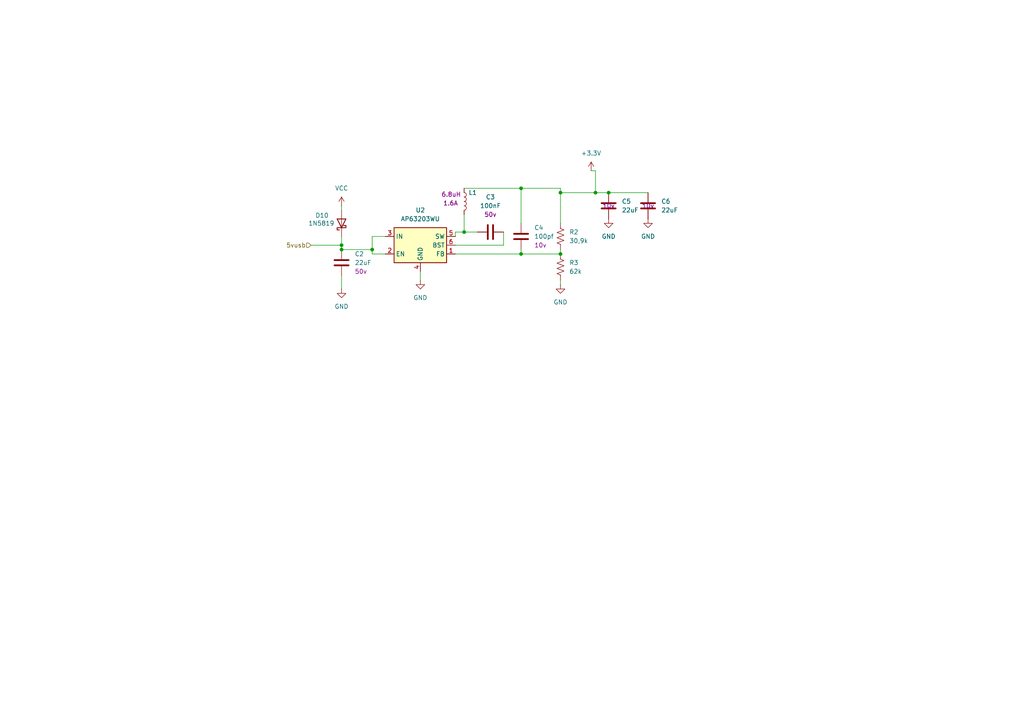
<source format=kicad_sch>
(kicad_sch (version 20250114) (generator "eeschema") (generator_version "9.0")
  (paper "A4")
  (lib_symbols
    (symbol "Device:R_US" (pin_numbers (hide yes)) (pin_names (offset 0))
      (property "Reference" "R" (at 2.54 0 90))
      (property "Value" "R_US" (at -2.54 0 90))
      (symbol "R_US_0_1"
        (polyline (pts (xy 0 2.286) (xy 0 2.54)))
        (polyline (pts (xy 0 2.286) (xy 1.016 1.905) (xy 0 1.524) (xy -1.016 1.143) (xy 0 0.762)))
        (polyline (pts (xy 0 0.762) (xy 1.016 0.381) (xy 0 0) (xy -1.016 -0.381) (xy 0 -0.762)))
        (polyline (pts (xy 0 -0.762) (xy 1.016 -1.143) (xy 0 -1.524) (xy -1.016 -1.905) (xy 0 -2.286)))
        (polyline (pts (xy 0 -2.286) (xy 0 -2.54)))
      )
      (symbol "R_US_1_1"
        (pin passive line (at 0 3.81 270) (length 1.27) (name "~") (number "1"))
        (pin passive line (at 0 -3.81 90) (length 1.27) (name "~") (number "2"))
      )
    )
    (symbol "Diode:1N5819" (pin_numbers (hide yes)) (pin_names (offset 1.016) (hide yes))
      (property "Reference" "D" (at 0 2.54 0))
      (property "Value" "1N5819" (at 0 -2.54 0))
      (symbol "1N5819_0_1"
        (polyline (pts (xy -1.905 0.635) (xy -1.905 1.27) (xy -1.27 1.27) (xy -1.27 -1.27) (xy -0.635 -1.27) (xy -0.635 -0.635)) (stroke (width 0.254)))
        (polyline (pts (xy 1.27 1.27) (xy 1.27 -1.27) (xy -1.27 0) (xy 1.27 1.27)) (stroke (width 0.254)))
        (polyline (pts (xy 1.27 0) (xy -1.27 0)))
      )
      (symbol "1N5819_1_1"
        (pin passive line (at -3.81 0 0) (length 2.54) (name "K") (number "1"))
        (pin passive line (at 3.81 0 180) (length 2.54) (name "A") (number "2"))
      )
    )
    (symbol "PCM_4ms_Inductor:6.8uH_1.0A_4018" (pin_numbers (hide yes)) (pin_names (offset 1.016) (hide yes))
      (property "Reference" "L" (at -1.27 0 90))
      (property "Display" "6.8uH" (at 2.54 0 90))
      (property "Display 2" "1.6A" (at 4.318 -0.0508 90))
      (symbol "6.8uH_1.0A_4018_0_1"
        (arc (start 0 2.54) (mid 0.6323 1.905) (end 0 1.27))
        (arc (start 0 1.27) (mid 0.6323 0.635) (end 0 0))
        (arc (start 0 0) (mid 0.6323 -0.635) (end 0 -1.27))
        (arc (start 0 -1.27) (mid 0.6323 -1.905) (end 0 -2.54))
      )
      (symbol "6.8uH_1.0A_4018_1_1"
        (pin passive line (at 0 3.81 270) (length 1.27) (name "1") (number "1"))
        (pin passive line (at 0 -3.81 90) (length 1.27) (name "2") (number "2"))
      )
    )
    (symbol "PCM_Capacitor_AKL:C_0603" (pin_numbers (hide yes)) (pin_names (offset 0.254))
      (property "Reference" "C" (at 0.635 2.54 0))
      (property "Value" "C_0603" (at 0.635 -2.54 0))
      (symbol "C_0603_0_1"
        (polyline (pts (xy -2.032 0.762) (xy 2.032 0.762)) (stroke (width 0.508)))
        (polyline (pts (xy -2.032 -0.762) (xy 2.032 -0.762)) (stroke (width 0.508)))
      )
      (symbol "C_0603_0_2"
        (polyline (pts (xy -2.54 -2.54) (xy -0.381 -0.381)))
        (polyline (pts (xy -0.508 -0.508) (xy -1.651 0.635)) (stroke (width 0.508)))
        (polyline (pts (xy -0.508 -0.508) (xy 0.635 -1.651)) (stroke (width 0.508)))
        (polyline (pts (xy 0.381 0.381) (xy 2.54 2.54)))
        (polyline (pts (xy 0.508 0.508) (xy -0.635 1.651)) (stroke (width 0.508)))
        (polyline (pts (xy 0.508 0.508) (xy 1.651 -0.635)) (stroke (width 0.508)))
      )
      (symbol "C_0603_1_1"
        (pin passive line (at 0 3.81 270) (length 2.794) (name "~") (number "1"))
        (pin passive line (at 0 -3.81 90) (length 2.794) (name "~") (number "2"))
      )
      (symbol "C_0603_1_2"
        (pin passive line (at -2.54 -2.54 90) (length 0) (name "~") (number "2"))
        (pin passive line (at 2.54 2.54 270) (length 0) (name "~") (number "1"))
      )
    )
    (symbol "PCM_Capacitor_AKL:C_0805" (pin_numbers (hide yes)) (pin_names (offset 0.254))
      (property "Reference" "C" (at 0.635 2.54 0))
      (property "Value" "C_0805" (at 0.635 -2.54 0))
      (symbol "C_0805_0_1"
        (polyline (pts (xy -2.032 0.762) (xy 2.032 0.762)) (stroke (width 0.508)))
        (polyline (pts (xy -2.032 -0.762) (xy 2.032 -0.762)) (stroke (width 0.508)))
      )
      (symbol "C_0805_0_2"
        (polyline (pts (xy -2.54 -2.54) (xy -0.381 -0.381)))
        (polyline (pts (xy -0.508 -0.508) (xy -1.651 0.635)) (stroke (width 0.508)))
        (polyline (pts (xy -0.508 -0.508) (xy 0.635 -1.651)) (stroke (width 0.508)))
        (polyline (pts (xy 0.381 0.381) (xy 2.54 2.54)))
        (polyline (pts (xy 0.508 0.508) (xy -0.635 1.651)) (stroke (width 0.508)))
        (polyline (pts (xy 0.508 0.508) (xy 1.651 -0.635)) (stroke (width 0.508)))
      )
      (symbol "C_0805_1_1"
        (pin passive line (at 0 3.81 270) (length 2.794) (name "~") (number "1"))
        (pin passive line (at 0 -3.81 90) (length 2.794) (name "~") (number "2"))
      )
      (symbol "C_0805_1_2"
        (pin passive line (at -2.54 -2.54 90) (length 0) (name "~") (number "2"))
        (pin passive line (at 2.54 2.54 270) (length 0) (name "~") (number "1"))
      )
    )
    (symbol "PCM_Capacitor_AKL:C_1206" (pin_numbers (hide yes)) (pin_names (offset 0.254))
      (property "Reference" "C" (at 0.635 2.54 0))
      (property "Value" "C_1206" (at 0.635 -2.54 0))
      (symbol "C_1206_0_1"
        (polyline (pts (xy -2.032 0.762) (xy 2.032 0.762)) (stroke (width 0.508)))
        (polyline (pts (xy -2.032 -0.762) (xy 2.032 -0.762)) (stroke (width 0.508)))
      )
      (symbol "C_1206_0_2"
        (polyline (pts (xy -2.54 -2.54) (xy -0.381 -0.381)))
        (polyline (pts (xy -0.508 -0.508) (xy -1.651 0.635)) (stroke (width 0.508)))
        (polyline (pts (xy -0.508 -0.508) (xy 0.635 -1.651)) (stroke (width 0.508)))
        (polyline (pts (xy 0.381 0.381) (xy 2.54 2.54)))
        (polyline (pts (xy 0.508 0.508) (xy -0.635 1.651)) (stroke (width 0.508)))
        (polyline (pts (xy 0.508 0.508) (xy 1.651 -0.635)) (stroke (width 0.508)))
      )
      (symbol "C_1206_1_1"
        (pin passive line (at 0 3.81 270) (length 2.794) (name "~") (number "1"))
        (pin passive line (at 0 -3.81 90) (length 2.794) (name "~") (number "2"))
      )
      (symbol "C_1206_1_2"
        (pin passive line (at -2.54 -2.54 90) (length 0) (name "~") (number "2"))
        (pin passive line (at 2.54 2.54 270) (length 0) (name "~") (number "1"))
      )
    )
    (symbol "Regulator_Switching:AP63203WU"
      (property "Reference" "U" (at -7.62 6.35 0))
      (property "Value" "AP63203WU" (at 2.54 6.35 0))
      (symbol "AP63203WU_0_1"
        (rectangle (start -7.62 5.08) (end 7.62 -5.08) (stroke (width 0.254)) (fill (type background)))
      )
      (symbol "AP63203WU_1_1"
        (pin power_in line (at -10.16 2.54 0) (length 2.54) (name "IN") (number "3"))
        (pin input line (at -10.16 -2.54 0) (length 2.54) (name "EN") (number "2"))
        (pin power_in line (at 0 -7.62 90) (length 2.54) (name "GND") (number "4"))
        (pin output line (at 10.16 2.54 180) (length 2.54) (name "SW") (number "5"))
        (pin passive line (at 10.16 0 180) (length 2.54) (name "BST") (number "6"))
        (pin input line (at 10.16 -2.54 180) (length 2.54) (name "FB") (number "1"))
      )
    )
    (symbol "power:+3.3V" (power) (pin_numbers (hide yes)) (pin_names (offset 0) (hide yes))
      (property "Value" "+3.3V" (at 0 3.556 0))
      (symbol "+3.3V_0_1"
        (polyline (pts (xy -0.762 1.27) (xy 0 2.54)))
        (polyline (pts (xy 0 2.54) (xy 0.762 1.27)))
        (polyline (pts (xy 0 0) (xy 0 2.54)))
      )
      (symbol "+3.3V_1_1"
        (pin power_in line (at 0 0 90) (length 0) (name "~") (number "1"))
      )
    )
    (symbol "power:GND" (power) (pin_numbers (hide yes)) (pin_names (offset 0) (hide yes))
      (property "Value" "GND" (at 0 -3.81 0))
      (symbol "GND_0_1"
        (polyline (pts (xy 0 0) (xy 0 -1.27) (xy 1.27 -1.27) (xy 0 -2.54) (xy -1.27 -1.27) (xy 0 -1.27)))
      )
      (symbol "GND_1_1"
        (pin power_in line (at 0 0 270) (length 0) (name "~") (number "1"))
      )
    )
    (symbol "power:VCC" (power) (pin_numbers (hide yes)) (pin_names (offset 0) (hide yes))
      (property "Value" "VCC" (at 0 3.556 0))
      (symbol "VCC_0_1"
        (polyline (pts (xy -0.762 1.27) (xy 0 2.54)))
        (polyline (pts (xy 0 2.54) (xy 0.762 1.27)))
        (polyline (pts (xy 0 0) (xy 0 2.54)))
      )
      (symbol "VCC_1_1"
        (pin power_in line (at 0 0 90) (length 0) (name "~") (number "1"))
      )
    )
  )
  (junction (at 176.53 55.88))
  (junction (at 134.62 67.31))
  (junction (at 162.56 73.66))
  (junction (at 151.13 73.66))
  (junction (at 162.56 55.88))
  (junction (at 99.06 71.12))
  (junction (at 151.13 54.61))
  (junction (at 172.72 55.88))
  (junction (at 107.95 72.39))
  (junction (at 99.06 72.39))
  (wire (pts (xy 171.45 49.53) (xy 172.72 49.53)))
  (wire (pts (xy 162.56 72.39) (xy 162.56 73.66)))
  (wire (pts (xy 99.06 59.69) (xy 99.06 60.96)))
  (wire (pts (xy 162.56 55.88) (xy 162.56 54.61)))
  (wire (pts (xy 172.72 49.53) (xy 172.72 55.88)))
  (wire (pts (xy 146.05 71.12) (xy 146.05 67.31)))
  (wire (pts (xy 172.72 55.88) (xy 176.53 55.88)))
  (wire (pts (xy 111.76 73.66) (xy 107.95 73.66)))
  (wire (pts (xy 90.17 71.12) (xy 99.06 71.12)))
  (wire (pts (xy 162.56 55.88) (xy 172.72 55.88)))
  (wire (pts (xy 134.62 62.23) (xy 134.62 67.31)))
  (wire (pts (xy 176.53 55.88) (xy 187.96 55.88)))
  (wire (pts (xy 151.13 73.66) (xy 162.56 73.66)))
  (wire (pts (xy 162.56 82.55) (xy 162.56 81.28)))
  (wire (pts (xy 151.13 72.39) (xy 151.13 73.66)))
  (wire (pts (xy 107.95 68.58) (xy 107.95 72.39)))
  (wire (pts (xy 134.62 67.31) (xy 132.08 67.31)))
  (wire (pts (xy 107.95 73.66) (xy 107.95 72.39)))
  (wire (pts (xy 134.62 54.61) (xy 151.13 54.61)))
  (wire (pts (xy 162.56 64.77) (xy 162.56 55.88)))
  (wire (pts (xy 132.08 67.31) (xy 132.08 68.58)))
  (wire (pts (xy 111.76 68.58) (xy 107.95 68.58)))
  (wire (pts (xy 99.06 80.01) (xy 99.06 83.82)))
  (wire (pts (xy 121.92 78.74) (xy 121.92 81.28)))
  (wire (pts (xy 132.08 73.66) (xy 151.13 73.66)))
  (wire (pts (xy 99.06 68.58) (xy 99.06 71.12)))
  (wire (pts (xy 162.56 54.61) (xy 151.13 54.61)))
  (wire (pts (xy 132.08 71.12) (xy 146.05 71.12)))
  (wire (pts (xy 99.06 71.12) (xy 99.06 72.39)))
  (wire (pts (xy 151.13 54.61) (xy 151.13 64.77)))
  (wire (pts (xy 107.95 72.39) (xy 99.06 72.39)))
  (wire (pts (xy 138.43 67.31) (xy 134.62 67.31)))
  (hierarchical_label "5vusb" (shape input) (at 90.17 71.12 180))
  (symbol (lib_id "power:GND") (at 162.56 82.55 0) (unit 1)
    (property "Reference" "#PWR014" (effects (hide yes)))
    (property "Value" "GND" (at 162.56 87.63 0))
    (property "Description" "Power symbol creates a global label with name \"GND\" , ground" (effects (hide yes)))
  )
  (symbol (lib_id "Device:R_US") (at 162.56 77.47 0) (unit 1)
    (property "Reference" "R3" (at 165.1 76.1999 0) (effects (justify left)))
    (property "Value" "62k" (at 165.1 78.7399 0) (effects (justify left)))
    (property "Footprint" "Resistor_SMD:R_0201_0603Metric" (effects (hide yes)))
    (property "Description" "Resistor, US symbol" (effects (hide yes)))
  )
  (symbol (lib_id "power:+3.3V") (at 171.45 49.53 0) (unit 1)
    (property "Reference" "#PWR015" (effects (hide yes)))
    (property "Value" "+3.3V" (at 171.45 44.45 0))
    (property "Description" "Power symbol creates a global label with name \"+3.3V\"" (effects (hide yes)))
  )
  (symbol (lib_id "power:GND") (at 187.96 63.5 0) (unit 1)
    (property "Reference" "#PWR048" (effects (hide yes)))
    (property "Value" "GND" (at 187.96 68.58 0))
    (property "Description" "Power symbol creates a global label with name \"GND\" , ground" (effects (hide yes)))
  )
  (symbol (lib_id "power:GND") (at 121.92 81.28 0) (unit 1)
    (property "Reference" "#PWR013" (effects (hide yes)))
    (property "Value" "GND" (at 121.92 86.36 0))
    (property "Description" "Power symbol creates a global label with name \"GND\" , ground" (effects (hide yes)))
  )
  (symbol (lib_id "PCM_Capacitor_AKL:C_1206") (at 99.06 76.2 0) (unit 1)
    (property "Reference" "C2" (at 102.87 73.6599 0) (effects (justify left)))
    (property "Value" "22uF" (at 102.87 76.1999 0) (effects (justify left)))
    (property "Footprint" "Capacitor_SMD:C_1206_3216Metric" (effects (hide yes)))
    (property "Description" "SMD 1206 MLCC capacitor, Alternate KiCad Library" (effects (hide yes)))
    (property "volt" "50v" (at 102.87 78.7399 0) (effects (justify left)))
  )
  (symbol (lib_id "PCM_Capacitor_AKL:C_0805") (at 187.96 59.69 0) (unit 1)
    (property "Reference" "C6" (at 191.77 58.4199 0) (effects (justify left)))
    (property "Value" "22uF" (at 191.77 60.9599 0) (effects (justify left)))
    (property "Footprint" "Capacitor_SMD:C_0805_2012Metric_Pad1.18x1.45mm_HandSolder" (effects (hide yes)))
    (property "Description" "SMD 0805 MLCC capacitor, Alternate KiCad Library" (effects (hide yes)))
    (property "volt" "10v" (at 187.96 59.69 0))
  )
  (symbol (lib_id "Diode:1N5819") (at 99.06 64.77 90) (unit 1)
    (property "Reference" "D10" (at 91.44 62.484 90) (effects (justify right)))
    (property "Value" "1N5819" (at 89.408 64.77 90) (effects (justify right)))
    (property "Footprint" "Diode_THT:D_DO-41_SOD81_P10.16mm_Horizontal" (effects (hide yes)))
    (property "Datasheet" "http://www.vishay.com/docs/88525/1n5817.pdf" (effects (hide yes)))
    (property "Description" "40V 1A Schottky Barrier Rectifier Diode, DO-41" (effects (hide yes)))
  )
  (symbol (lib_id "PCM_Capacitor_AKL:C_0805") (at 176.53 59.69 0) (unit 1)
    (property "Reference" "C5" (at 180.34 58.4199 0) (effects (justify left)))
    (property "Value" "22uF" (at 180.34 60.9599 0) (effects (justify left)))
    (property "Footprint" "Capacitor_SMD:C_0805_2012Metric_Pad1.18x1.45mm_HandSolder" (effects (hide yes)))
    (property "Description" "SMD 0805 MLCC capacitor, Alternate KiCad Library" (effects (hide yes)))
    (property "volt" "10v" (at 176.53 59.69 0))
  )
  (symbol (lib_id "Device:R_US") (at 162.56 68.58 0) (unit 1)
    (property "Reference" "R2" (at 165.1 67.3099 0) (effects (justify left)))
    (property "Value" "30,9k" (at 165.1 69.8499 0) (effects (justify left)))
    (property "Footprint" "Resistor_SMD:R_0805_2012Metric" (effects (hide yes)))
    (property "Description" "Resistor, US symbol" (effects (hide yes)))
  )
  (symbol (lib_id "PCM_Capacitor_AKL:C_0603") (at 142.24 67.31 90) (unit 1)
    (property "Reference" "C3" (at 142.24 57.15 90))
    (property "Value" "100nF" (at 142.24 59.69 90))
    (property "Footprint" "Resistor_SMD:R_0805_2012Metric" (effects (hide yes)))
    (property "Description" "SMD 0603 MLCC capacitor, Alternate KiCad Library" (effects (hide yes)))
    (property "volt" "50v" (at 142.24 62.23 90))
  )
  (symbol (lib_id "PCM_Capacitor_AKL:C_0805") (at 151.13 68.58 0) (unit 1)
    (property "Reference" "C4" (at 154.94 66.0399 0) (effects (justify left)))
    (property "Value" "100pf" (at 154.94 68.5799 0) (effects (justify left)))
    (property "Footprint" "Resistor_SMD:R_0805_2012Metric" (effects (hide yes)))
    (property "Description" "SMD 0805 MLCC capacitor, Alternate KiCad Library" (effects (hide yes)))
    (property "volt" "10v" (at 154.94 71.1199 0) (effects (justify left)))
  )
  (symbol (lib_id "PCM_4ms_Inductor:6.8uH_1.0A_4018") (at 134.62 58.42 0) (unit 1)
    (property "Reference" "L1" (at 135.89 55.8799 0) (effects (justify left)))
    (property "Value" "6.8uH_1.0A_4018" (effects (hide yes)))
    (property "Footprint" "Inductor_SMD:L_Changjiang_FNR5040S" (effects (hide yes)))
    (property "Description" "6.8uH, Isat>1.4A, Idc>1.0A, Rdc<110mOhms, shielded" (effects (hide yes)))
    (property "Specifications" "6.8uH, Isat>625mA, Idc>1.0A, Rdc<=100mOhms, shielded" (effects (hide yes)))
    (property "Manufacturer" "Taiyo Yuden" (effects (hide yes)))
    (property "Part Number" "NRS4018T6R8MDGJ" (effects (hide yes)))
    (property "Display" "6.8uH" (at 128.016 56.388 0) (effects (justify left)))
    (property "Display 2" "1.6A" (at 128.524 58.928 0) (effects (justify left)))
    (property "Manufacturer 2" "Taiyo Yuden" (effects (hide yes)))
    (property "Part Number 2" "NRS4018T6R8MDGJV" (effects (hide yes)))
    (property "Manufacturer 3" "Taiyo Yuden" (effects (hide yes)))
    (property "Part Number 3" "NR4018T6R8M" (effects (hide yes)))
    (property "Manufacturer 4" "Bournes" (effects (hide yes)))
    (property "Part Number 4" "SRN4018TA-6R8M" (effects (hide yes)))
    (property "Manufacturer 5" "ABRACON" (effects (hide yes)))
    (property "Part Number 5" "ASPI-0418FS-6R8M-T3" (effects (hide yes)))
    (property "JLCPCB ID" "C223055" (effects (hide yes)))
  )
  (symbol (lib_id "power:GND") (at 176.53 63.5 0) (unit 1)
    (property "Reference" "#PWR047" (effects (hide yes)))
    (property "Value" "GND" (at 176.53 68.58 0))
    (property "Description" "Power symbol creates a global label with name \"GND\" , ground" (effects (hide yes)))
  )
  (symbol (lib_id "Regulator_Switching:AP63203WU") (at 121.92 71.12 0) (unit 1)
    (property "Reference" "U2" (at 121.92 60.96 0))
    (property "Value" "AP63203WU" (at 121.92 63.5 0))
    (property "Footprint" "Package_TO_SOT_SMD:TSOT-23-6" (effects (hide yes)))
    (property "Datasheet" "https://www.diodes.com/assets/Datasheets/AP63200-AP63201-AP63203-AP63205.pdf" (effects (hide yes)))
    (property "Description" "2A, 1.1MHz Buck DC/DC Converter, fixed 3.3V output voltage, TSOT-23-6" (effects (hide yes)))
  )
  (symbol (lib_id "power:GND") (at 99.06 83.82 0) (unit 1)
    (property "Reference" "#PWR012" (effects (hide yes)))
    (property "Value" "GND" (at 99.06 88.9 0))
    (property "Description" "Power symbol creates a global label with name \"GND\" , ground" (effects (hide yes)))
  )
  (symbol (lib_id "power:VCC") (at 99.06 59.69 0) (unit 1)
    (property "Reference" "#PWR011" (effects (hide yes)))
    (property "Value" "VCC" (at 99.06 54.61 0))
    (property "Description" "Power symbol creates a global label with name \"VCC\"" (effects (hide yes)))
  )
)
</source>
